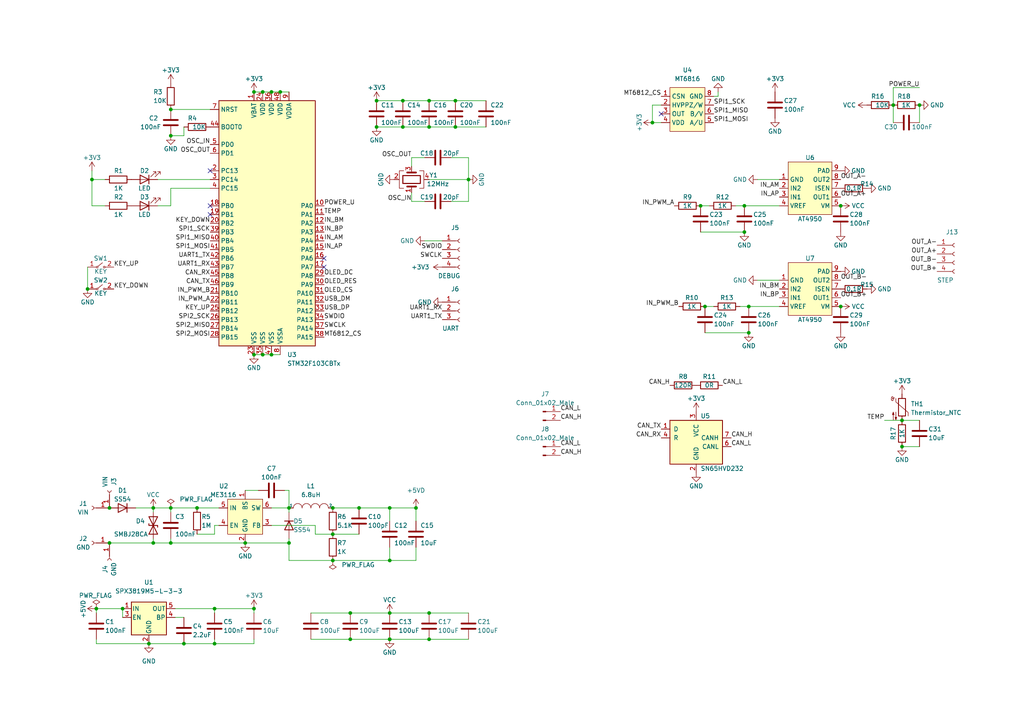
<source format=kicad_sch>
(kicad_sch (version 20211123) (generator eeschema)
  (paper "A4")
  (lib_symbols
    (symbol "Connector:Conn_01x01_Female" (pin_names (offset 1.016) hide)
      (property "Reference" "J" (at 0 2.54 0))
      (property "Value" "Conn_01x01_Female" (at 0 -2.54 0))
      (symbol "Conn_01x01_Female_1_1"
        (pin passive line (at -5.08 0 0) (length 3.81) (name "Pin_1") (number "1"))
      )
    )
    (symbol "Connector:Conn_01x02_Male" (pin_names (offset 1.016) hide)
      (property "Reference" "J" (at 0 2.54 0))
      (property "Value" "Conn_01x02_Male" (at 0 -5.08 0))
      (symbol "Conn_01x02_Male_1_1"
        (pin passive line (at 5.08 0 180) (length 3.81) (name "Pin_1") (number "1"))
        (pin passive line (at 5.08 -2.54 180) (length 3.81) (name "Pin_2") (number "2"))
      )
    )
    (symbol "Connector:Conn_01x03_Female" (pin_names (offset 1.016) hide)
      (property "Reference" "J" (at 0 5.08 0))
      (property "Value" "Conn_01x03_Female" (at 0 -5.08 0))
      (symbol "Conn_01x03_Female_1_1"
        (pin passive line (at -5.08 2.54 0) (length 3.81) (name "Pin_1") (number "1"))
        (pin passive line (at -5.08 0 0) (length 3.81) (name "Pin_2") (number "2"))
        (pin passive line (at -5.08 -2.54 0) (length 3.81) (name "Pin_3") (number "3"))
      )
    )
    (symbol "Connector:Conn_01x04_Female" (pin_names (offset 1.016) hide)
      (property "Reference" "J" (at 0 5.08 0))
      (property "Value" "Conn_01x04_Female" (at 0 -7.62 0))
      (symbol "Conn_01x04_Female_1_1"
        (pin passive line (at -5.08 2.54 0) (length 3.81) (name "Pin_1") (number "1"))
        (pin passive line (at -5.08 0 0) (length 3.81) (name "Pin_2") (number "2"))
        (pin passive line (at -5.08 -2.54 0) (length 3.81) (name "Pin_3") (number "3"))
        (pin passive line (at -5.08 -5.08 0) (length 3.81) (name "Pin_4") (number "4"))
      )
    )
    (symbol "Del_Schlib:AT4950"
      (property "Reference" "U" (at 0 1.27 0))
      (property "Value" "AT4950" (at 8.89 1.27 0))
      (symbol "AT4950_1_1"
        (pin power_in line (at -2.54 -5.08 0) (length 2.54) (name "GND") (number "1"))
        (pin input line (at -2.54 -7.62 0) (length 2.54) (name "IN2") (number "2"))
        (pin input line (at -2.54 -10.16 0) (length 2.54) (name "IN1") (number "3"))
        (pin input line (at -2.54 -12.7 0) (length 2.54) (name "VREF") (number "4"))
        (pin power_in line (at 15.24 -12.7 180) (length 2.54) (name "VM") (number "5"))
        (pin output line (at 15.24 -10.16 180) (length 2.54) (name "OUT1") (number "6"))
        (pin output line (at 15.24 -7.62 180) (length 2.54) (name "ISEN") (number "7"))
        (pin output line (at 15.24 -5.08 180) (length 2.54) (name "OUT2") (number "8"))
        (pin power_in line (at 15.24 -2.54 180) (length 2.54) (name "PAD") (number "9"))
      )
    )
    (symbol "Del_Schlib:KEY" (pin_names hide)
      (property "Reference" "SW" (at -1.27 1.27 0))
      (property "Value" "KEY" (at 3.81 1.27 0))
      (symbol "KEY_1_1"
        (pin passive line (at -2.54 0 0) (length 2.54) (name "A") (number "1"))
        (pin passive line (at 5.08 0 180) (length 2.54) (name "B") (number "2"))
      )
    )
    (symbol "Del_Schlib:ME3116"
      (property "Reference" "U" (at 0 3.81 0))
      (property "Value" "ME3116" (at -1.27 1.27 0))
      (symbol "ME3116_1_1"
        (pin bidirectional line (at 5.08 2.54 270) (length 2.54) (name "BS") (number "1"))
        (pin power_in line (at 5.08 -12.7 90) (length 2.54) (name "GND") (number "2"))
        (pin input line (at 12.7 -7.62 180) (length 2.54) (name "FB") (number "3"))
        (pin input line (at -2.54 -7.62 0) (length 2.54) (name "EN") (number "4"))
        (pin power_in line (at -2.54 -2.54 0) (length 2.54) (name "IN") (number "5"))
        (pin output line (at 12.7 -2.54 180) (length 2.54) (name "SW") (number "6"))
      )
    )
    (symbol "Del_Schlib:MT6816"
      (property "Reference" "U" (at 0 1.27 0))
      (property "Value" "MT6816" (at 7.62 1.27 0))
      (symbol "MT6816_1_1"
        (pin input line (at -2.54 -2.54 0) (length 2.54) (name "CSN") (number "1"))
        (pin power_in line (at -2.54 -5.08 0) (length 2.54) (name "HVPP") (number "2"))
        (pin output line (at -2.54 -7.62 0) (length 2.54) (name "OUT") (number "3"))
        (pin power_in line (at -2.54 -10.16 0) (length 2.54) (name "VDD") (number "4"))
        (pin bidirectional line (at 12.7 -10.16 180) (length 2.54) (name "A/U") (number "5"))
        (pin bidirectional line (at 12.7 -7.62 180) (length 2.54) (name "B/V") (number "6"))
        (pin bidirectional line (at 12.7 -5.08 180) (length 2.54) (name "Z/W") (number "7"))
        (pin power_in line (at 12.7 -2.54 180) (length 2.54) (name "GND") (number "8"))
      )
    )
    (symbol "Device:C" (pin_numbers hide) (pin_names (offset 0.254))
      (property "Reference" "C" (at 0.635 2.54 0))
      (property "Value" "C" (at 0.635 -2.54 0))
      (symbol "C_1_1"
        (pin passive line (at 0 3.81 270) (length 2.794) (name "~") (number "1"))
        (pin passive line (at 0 -3.81 90) (length 2.794) (name "~") (number "2"))
      )
    )
    (symbol "Device:Crystal_GND24" (pin_names (offset 1.016) hide)
      (property "Reference" "Y" (at 3.175 5.08 0))
      (property "Value" "Crystal_GND24" (at 3.175 3.175 0))
      (symbol "Crystal_GND24_1_1"
        (pin passive line (at -3.81 0 0) (length 1.27) (name "1") (number "1"))
        (pin passive line (at 0 5.08 270) (length 1.27) (name "2") (number "2"))
        (pin passive line (at 3.81 0 180) (length 1.27) (name "3") (number "3"))
        (pin passive line (at 0 -5.08 90) (length 1.27) (name "4") (number "4"))
      )
    )
    (symbol "Device:D" (pin_numbers hide) (pin_names (offset 1.016) hide)
      (property "Reference" "D" (at 0 2.54 0))
      (property "Value" "D" (at 0 -2.54 0))
      (symbol "D_1_1"
        (pin passive line (at -3.81 0 0) (length 2.54) (name "K") (number "1"))
        (pin passive line (at 3.81 0 180) (length 2.54) (name "A") (number "2"))
      )
    )
    (symbol "Device:D_TVS" (pin_numbers hide) (pin_names (offset 1.016) hide)
      (property "Reference" "D" (at 0 2.54 0))
      (property "Value" "D_TVS" (at 0 -2.54 0))
      (symbol "D_TVS_1_1"
        (pin passive line (at -3.81 0 0) (length 2.54) (name "A1") (number "1"))
        (pin passive line (at 3.81 0 180) (length 2.54) (name "A2") (number "2"))
      )
    )
    (symbol "Device:LED" (pin_numbers hide) (pin_names (offset 1.016) hide)
      (property "Reference" "D" (at 0 2.54 0))
      (property "Value" "LED" (at 0 -2.54 0))
      (symbol "LED_1_1"
        (pin passive line (at -3.81 0 0) (length 2.54) (name "K") (number "1"))
        (pin passive line (at 3.81 0 180) (length 2.54) (name "A") (number "2"))
      )
    )
    (symbol "Device:R" (pin_numbers hide) (pin_names (offset 0))
      (property "Reference" "R" (at 2.032 0 90))
      (property "Value" "R" (at 0 0 90))
      (symbol "R_1_1"
        (pin passive line (at 0 3.81 270) (length 1.27) (name "~") (number "1"))
        (pin passive line (at 0 -3.81 90) (length 1.27) (name "~") (number "2"))
      )
    )
    (symbol "Device:Thermistor_NTC" (pin_numbers hide) (pin_names (offset 0))
      (property "Reference" "TH" (at -4.445 0 90))
      (property "Value" "Thermistor_NTC" (at 3.175 0 90))
      (symbol "Thermistor_NTC_1_1"
        (pin passive line (at 0 3.81 270) (length 1.27) (name "~") (number "1"))
        (pin passive line (at 0 -3.81 90) (length 1.27) (name "~") (number "2"))
      )
    )
    (symbol "Interface_CAN_LIN:SN65HVD232" (pin_names (offset 1.016))
      (property "Reference" "U" (at -2.54 10.16 0))
      (property "Value" "SN65HVD232" (at -2.54 7.62 0))
      (symbol "SN65HVD232_1_1"
        (pin input line (at -10.16 2.54 0) (length 2.54) (name "D") (number "1"))
        (pin power_in line (at 0 -10.16 90) (length 2.54) (name "GND") (number "2"))
        (pin power_in line (at 0 7.62 270) (length 2.54) (name "VCC") (number "3"))
        (pin output line (at -10.16 0 0) (length 2.54) (name "R") (number "4"))
        (pin no_connect line (at -10.16 -2.54 0) (length 2.54) hide (name "NC") (number "5"))
        (pin bidirectional line (at 10.16 -2.54 180) (length 2.54) (name "CANL") (number "6"))
        (pin bidirectional line (at 10.16 0 180) (length 2.54) (name "CANH") (number "7"))
        (pin no_connect line (at -10.16 -5.08 0) (length 2.54) hide (name "NC") (number "8"))
      )
    )
    (symbol "MCU_ST_STM32F1:STM32F103CBTx"
      (property "Reference" "U" (at -15.24 36.83 0))
      (property "Value" "STM32F103CBTx" (at 7.62 36.83 0))
      (symbol "STM32F103CBTx_1_1"
        (pin power_in line (at -5.08 38.1 270) (length 2.54) (name "VBAT") (number "1"))
        (pin bidirectional line (at 15.24 5.08 180) (length 2.54) (name "PA0") (number "10"))
        (pin bidirectional line (at 15.24 2.54 180) (length 2.54) (name "PA1") (number "11"))
        (pin bidirectional line (at 15.24 0 180) (length 2.54) (name "PA2") (number "12"))
        (pin bidirectional line (at 15.24 -2.54 180) (length 2.54) (name "PA3") (number "13"))
        (pin bidirectional line (at 15.24 -5.08 180) (length 2.54) (name "PA4") (number "14"))
        (pin bidirectional line (at 15.24 -7.62 180) (length 2.54) (name "PA5") (number "15"))
        (pin bidirectional line (at 15.24 -10.16 180) (length 2.54) (name "PA6") (number "16"))
        (pin bidirectional line (at 15.24 -12.7 180) (length 2.54) (name "PA7") (number "17"))
        (pin bidirectional line (at -17.78 5.08 0) (length 2.54) (name "PB0") (number "18"))
        (pin bidirectional line (at -17.78 2.54 0) (length 2.54) (name "PB1") (number "19"))
        (pin bidirectional line (at -17.78 15.24 0) (length 2.54) (name "PC13") (number "2"))
        (pin bidirectional line (at -17.78 0 0) (length 2.54) (name "PB2") (number "20"))
        (pin bidirectional line (at -17.78 -20.32 0) (length 2.54) (name "PB10") (number "21"))
        (pin bidirectional line (at -17.78 -22.86 0) (length 2.54) (name "PB11") (number "22"))
        (pin power_in line (at -5.08 -38.1 90) (length 2.54) (name "VSS") (number "23"))
        (pin power_in line (at -2.54 38.1 270) (length 2.54) (name "VDD") (number "24"))
        (pin bidirectional line (at -17.78 -25.4 0) (length 2.54) (name "PB12") (number "25"))
        (pin bidirectional line (at -17.78 -27.94 0) (length 2.54) (name "PB13") (number "26"))
        (pin bidirectional line (at -17.78 -30.48 0) (length 2.54) (name "PB14") (number "27"))
        (pin bidirectional line (at -17.78 -33.02 0) (length 2.54) (name "PB15") (number "28"))
        (pin bidirectional line (at 15.24 -15.24 180) (length 2.54) (name "PA8") (number "29"))
        (pin bidirectional line (at -17.78 12.7 0) (length 2.54) (name "PC14") (number "3"))
        (pin bidirectional line (at 15.24 -17.78 180) (length 2.54) (name "PA9") (number "30"))
        (pin bidirectional line (at 15.24 -20.32 180) (length 2.54) (name "PA10") (number "31"))
        (pin bidirectional line (at 15.24 -22.86 180) (length 2.54) (name "PA11") (number "32"))
        (pin bidirectional line (at 15.24 -25.4 180) (length 2.54) (name "PA12") (number "33"))
        (pin bidirectional line (at 15.24 -27.94 180) (length 2.54) (name "PA13") (number "34"))
        (pin power_in line (at -2.54 -38.1 90) (length 2.54) (name "VSS") (number "35"))
        (pin power_in line (at 0 38.1 270) (length 2.54) (name "VDD") (number "36"))
        (pin bidirectional line (at 15.24 -30.48 180) (length 2.54) (name "PA14") (number "37"))
        (pin bidirectional line (at 15.24 -33.02 180) (length 2.54) (name "PA15") (number "38"))
        (pin bidirectional line (at -17.78 -2.54 0) (length 2.54) (name "PB3") (number "39"))
        (pin bidirectional line (at -17.78 10.16 0) (length 2.54) (name "PC15") (number "4"))
        (pin bidirectional line (at -17.78 -5.08 0) (length 2.54) (name "PB4") (number "40"))
        (pin bidirectional line (at -17.78 -7.62 0) (length 2.54) (name "PB5") (number "41"))
        (pin bidirectional line (at -17.78 -10.16 0) (length 2.54) (name "PB6") (number "42"))
        (pin bidirectional line (at -17.78 -12.7 0) (length 2.54) (name "PB7") (number "43"))
        (pin input line (at -17.78 27.94 0) (length 2.54) (name "BOOT0") (number "44"))
        (pin bidirectional line (at -17.78 -15.24 0) (length 2.54) (name "PB8") (number "45"))
        (pin bidirectional line (at -17.78 -17.78 0) (length 2.54) (name "PB9") (number "46"))
        (pin power_in line (at 0 -38.1 90) (length 2.54) (name "VSS") (number "47"))
        (pin power_in line (at 2.54 38.1 270) (length 2.54) (name "VDD") (number "48"))
        (pin input line (at -17.78 22.86 0) (length 2.54) (name "PD0") (number "5"))
        (pin input line (at -17.78 20.32 0) (length 2.54) (name "PD1") (number "6"))
        (pin input line (at -17.78 33.02 0) (length 2.54) (name "NRST") (number "7"))
        (pin power_in line (at 2.54 -38.1 90) (length 2.54) (name "VSSA") (number "8"))
        (pin power_in line (at 5.08 38.1 270) (length 2.54) (name "VDDA") (number "9"))
      )
    )
    (symbol "Regulator_Linear:SPX3819M5-L-3-3" (pin_names (offset 0.254))
      (property "Reference" "U" (at -3.81 5.715 0))
      (property "Value" "SPX3819M5-L-3-3" (at 0 5.715 0))
      (symbol "SPX3819M5-L-3-3_1_1"
        (pin power_in line (at -7.62 2.54 0) (length 2.54) (name "IN") (number "1"))
        (pin power_in line (at 0 -7.62 90) (length 2.54) (name "GND") (number "2"))
        (pin input line (at -7.62 0 0) (length 2.54) (name "EN") (number "3"))
        (pin input line (at 7.62 0 180) (length 2.54) (name "BP") (number "4"))
        (pin power_out line (at 7.62 2.54 180) (length 2.54) (name "OUT") (number "5"))
      )
    )
    (symbol "power:+3.3V" (power) (pin_names (offset 0))
      (property "Value" "+3.3V" (at 0 3.556 0))
      (symbol "+3.3V_1_1"
        (pin power_in line (at 0 0 90) (length 0) hide (name "+3V3") (number "1"))
      )
    )
    (symbol "power:+5VD" (power) (pin_names (offset 0))
      (property "Value" "+5VD" (at 0 3.556 0))
      (symbol "+5VD_1_1"
        (pin power_in line (at 0 0 90) (length 0) hide (name "+5VD") (number "1"))
      )
    )
    (symbol "power:GND" (power) (pin_names (offset 0))
      (property "Value" "GND" (at 0 -3.81 0))
      (symbol "GND_1_1"
        (pin power_in line (at 0 0 270) (length 0) hide (name "GND") (number "1"))
      )
    )
    (symbol "power:PWR_FLAG" (power) (pin_numbers hide) (pin_names (offset 0) hide)
      (property "Value" "PWR_FLAG" (at 0 3.81 0))
      (symbol "PWR_FLAG_0_0"
        (pin power_out line (at 0 0 90) (length 0) (name "pwr") (number "1"))
      )
    )
    (symbol "power:VCC" (power) (pin_names (offset 0))
      (property "Value" "VCC" (at 0 3.81 0))
      (symbol "VCC_1_1"
        (pin power_in line (at 0 0 90) (length 0) hide (name "VCC") (number "1"))
      )
    )
    (symbol "pspice:INDUCTOR" (pin_numbers hide) (pin_names (offset 0))
      (property "Reference" "L" (at 0 2.54 0))
      (property "Value" "INDUCTOR" (at 0 -1.27 0))
      (symbol "INDUCTOR_1_1"
        (pin input line (at -6.35 0 0) (length 1.27) (name "1") (number "1"))
        (pin input line (at 6.35 0 180) (length 1.27) (name "2") (number "2"))
      )
    )
  )
  (junction (at 135.89 52.07))
  (junction (at 124.46 29.21))
  (junction (at 261.62 121.92))
  (junction (at 26.67 52.07))
  (junction (at 132.08 29.21))
  (junction (at 76.2 102.87))
  (junction (at 53.34 186.69))
  (junction (at 243.84 88.9))
  (junction (at 101.6 185.42))
  (junction (at 266.7 30.48))
  (junction (at 25.4 83.82))
  (junction (at 203.2 59.69))
  (junction (at 49.53 147.32))
  (junction (at 73.66 26.67))
  (junction (at 73.66 102.87))
  (junction (at 113.03 185.42))
  (junction (at 215.9 59.69))
  (junction (at 44.45 157.48))
  (junction (at 62.23 176.53))
  (junction (at 78.74 26.67))
  (junction (at 81.28 26.67))
  (junction (at 189.23 35.56))
  (junction (at 204.47 88.9))
  (junction (at 44.45 147.32))
  (junction (at 113.0131 185.42))
  (junction (at 217.17 96.52))
  (junction (at 124.46 185.42))
  (junction (at 49.53 39.37))
  (junction (at 96.52 147.32))
  (junction (at 120.65 147.32))
  (junction (at 113.03 162.56))
  (junction (at 217.17 88.9))
  (junction (at 124.46 177.8))
  (junction (at 113.03 177.8))
  (junction (at 259.08 30.48))
  (junction (at 83.82 147.32))
  (junction (at 132.08 36.83))
  (junction (at 27.94 176.53))
  (junction (at 76.2 26.67))
  (junction (at 43.18 186.69))
  (junction (at 78.74 102.87))
  (junction (at 49.53 31.75))
  (junction (at 31.75 147.32))
  (junction (at 124.46 36.83))
  (junction (at 101.6 177.8))
  (junction (at 243.84 59.69))
  (junction (at 71.12 157.48))
  (junction (at 96.52 162.56))
  (junction (at 96.52 154.94))
  (junction (at 116.84 29.21))
  (junction (at 261.62 129.54))
  (junction (at 62.23 186.69))
  (junction (at 109.22 29.21))
  (junction (at 31.75 157.48))
  (junction (at 116.84 36.83))
  (junction (at 109.22 36.83))
  (junction (at 73.66 176.53))
  (junction (at 35.56 176.53))
  (junction (at 83.82 157.48))
  (junction (at 113.03 147.32))
  (junction (at 57.15 147.32))
  (junction (at 49.53 157.48))
  (junction (at 215.9 67.31))
  (junction (at 104.14 147.32))
  (no_connect (at 60.96 62.23))
  (no_connect (at 60.96 59.69))
  (no_connect (at 93.98 77.47))
  (no_connect (at 60.96 49.53))
  (no_connect (at 93.98 74.93))
  (no_connect (at 191.77 33.02))
  (wire (pts (xy 49.53 39.37) (xy 53.34 39.37)))
  (wire (pts (xy 123.19 45.72) (xy 119.38 45.72)))
  (wire (pts (xy 73.66 26.67) (xy 76.2 26.67)))
  (wire (pts (xy 49.53 31.75) (xy 60.96 31.75)))
  (wire (pts (xy 208.28 27.94) (xy 208.28 26.67)))
  (wire (pts (xy 259.08 30.48) (xy 259.08 35.56)))
  (wire (pts (xy 266.7 30.48) (xy 266.7 35.56)))
  (wire (pts (xy 215.9 59.69) (xy 226.06 59.69)))
  (wire (pts (xy 62.23 186.69) (xy 73.66 186.69)))
  (wire (pts (xy 189.23 30.48) (xy 189.23 35.56)))
  (wire (pts (xy 91.44 152.4) (xy 91.44 154.94)))
  (wire (pts (xy 120.65 151.13) (xy 120.65 147.32)))
  (wire (pts (xy 44.45 157.48) (xy 49.53 157.48)))
  (wire (pts (xy 82.55 142.24) (xy 83.82 142.24)))
  (wire (pts (xy 83.82 142.24) (xy 83.82 147.32)))
  (wire (pts (xy 78.74 147.32) (xy 83.82 147.32)))
  (wire (pts (xy 81.28 26.67) (xy 83.82 26.67)))
  (wire (pts (xy 116.84 29.21) (xy 124.46 29.21)))
  (wire (pts (xy 62.23 185.42) (xy 62.23 186.69)))
  (wire (pts (xy 113.03 151.13) (xy 113.03 147.32)))
  (wire (pts (xy 113.03 185.42) (xy 124.46 185.42)))
  (wire (pts (xy 49.53 148.59) (xy 49.53 147.32)))
  (wire (pts (xy 27.94 186.69) (xy 43.18 186.69)))
  (wire (pts (xy 62.23 176.53) (xy 73.66 176.53)))
  (wire (pts (xy 73.66 185.42) (xy 73.66 186.69)))
  (wire (pts (xy 83.82 156.21) (xy 83.82 157.48)))
  (wire (pts (xy 123.19 69.85) (xy 128.27 69.85)))
  (wire (pts (xy 49.53 157.48) (xy 71.12 157.48)))
  (wire (pts (xy 101.6 177.8) (xy 113.03 177.8)))
  (wire (pts (xy 26.67 52.07) (xy 26.67 59.69)))
  (wire (pts (xy 120.65 162.56) (xy 113.03 162.56)))
  (wire (pts (xy 204.47 88.9) (xy 207.01 88.9)))
  (wire (pts (xy 214.63 88.9) (xy 217.17 88.9)))
  (wire (pts (xy 73.66 177.8) (xy 73.66 176.53)))
  (wire (pts (xy 91.44 154.94) (xy 96.52 154.94)))
  (wire (pts (xy 259.08 30.48) (xy 259.08 25.4)))
  (wire (pts (xy 30.48 59.69) (xy 26.67 59.69)))
  (wire (pts (xy 109.22 36.83) (xy 116.84 36.83)))
  (wire (pts (xy 207.01 27.94) (xy 208.28 27.94)))
  (wire (pts (xy 71.12 157.48) (xy 83.82 157.48)))
  (wire (pts (xy 78.74 102.87) (xy 81.28 102.87)))
  (wire (pts (xy 119.38 45.72) (xy 119.38 48.26)))
  (wire (pts (xy 219.71 52.07) (xy 226.06 52.07)))
  (wire (pts (xy 113.03 162.56) (xy 96.52 162.56)))
  (wire (pts (xy 27.94 185.42) (xy 27.94 186.69)))
  (wire (pts (xy 78.74 152.4) (xy 91.44 152.4)))
  (wire (pts (xy 96.52 147.32) (xy 104.14 147.32)))
  (wire (pts (xy 27.94 177.8) (xy 27.94 176.53)))
  (wire (pts (xy 119.38 55.88) (xy 119.38 58.42)))
  (wire (pts (xy 83.82 162.56) (xy 83.82 157.48)))
  (wire (pts (xy 43.18 186.69) (xy 53.34 186.69)))
  (wire (pts (xy 135.89 45.72) (xy 135.89 52.07)))
  (wire (pts (xy 74.93 142.24) (xy 71.12 142.24)))
  (wire (pts (xy 25.4 77.47) (xy 25.4 83.82)))
  (wire (pts (xy 62.23 177.8) (xy 62.23 176.53)))
  (wire (pts (xy 124.46 29.21) (xy 132.08 29.21)))
  (wire (pts (xy 78.74 26.67) (xy 81.28 26.67)))
  (wire (pts (xy 76.2 26.67) (xy 78.74 26.67)))
  (wire (pts (xy 135.89 58.42) (xy 130.81 58.42)))
  (wire (pts (xy 119.38 58.42) (xy 123.19 58.42)))
  (wire (pts (xy 62.23 186.69) (xy 53.34 186.69)))
  (wire (pts (xy 109.22 29.21) (xy 116.84 29.21)))
  (wire (pts (xy 26.67 52.07) (xy 26.67 49.53)))
  (wire (pts (xy 132.08 29.21) (xy 140.97 29.21)))
  (wire (pts (xy 189.23 35.56) (xy 191.77 35.56)))
  (wire (pts (xy 261.62 129.54) (xy 266.7 129.54)))
  (wire (pts (xy 27.94 176.53) (xy 35.56 176.53)))
  (wire (pts (xy 191.77 30.48) (xy 189.23 30.48)))
  (wire (pts (xy 62.23 154.94) (xy 57.15 154.94)))
  (wire (pts (xy 217.17 88.9) (xy 226.06 88.9)))
  (wire (pts (xy 62.23 152.4) (xy 62.23 154.94)))
  (wire (pts (xy 261.62 121.92) (xy 266.7 121.92)))
  (wire (pts (xy 120.65 158.75) (xy 120.65 162.56)))
  (wire (pts (xy 213.36 59.69) (xy 215.9 59.69)))
  (wire (pts (xy 124.46 36.83) (xy 132.08 36.83)))
  (wire (pts (xy 53.34 39.37) (xy 53.34 36.83)))
  (wire (pts (xy 49.53 157.48) (xy 49.53 156.21)))
  (wire (pts (xy 45.72 52.07) (xy 60.96 52.07)))
  (wire (pts (xy 101.6 185.42) (xy 113.0131 185.42)))
  (wire (pts (xy 204.47 96.52) (xy 217.17 96.52)))
  (wire (pts (xy 57.15 147.32) (xy 63.5 147.32)))
  (wire (pts (xy 31.75 157.48) (xy 44.45 157.48)))
  (wire (pts (xy 256.54 121.92) (xy 261.62 121.92)))
  (wire (pts (xy 113.03 147.32) (xy 120.65 147.32)))
  (wire (pts (xy 50.8 179.07) (xy 53.34 179.07)))
  (wire (pts (xy 113.0131 185.42) (xy 113.03 185.42)))
  (wire (pts (xy 132.08 36.83) (xy 140.97 36.83)))
  (wire (pts (xy 113.03 158.75) (xy 113.03 162.56)))
  (wire (pts (xy 50.8 176.53) (xy 62.23 176.53)))
  (wire (pts (xy 63.5 152.4) (xy 62.23 152.4)))
  (wire (pts (xy 130.81 45.72) (xy 135.89 45.72)))
  (wire (pts (xy 259.08 25.4) (xy 266.7 25.4)))
  (wire (pts (xy 44.45 148.59) (xy 44.45 147.32)))
  (wire (pts (xy 60.96 54.61) (xy 49.53 54.61)))
  (wire (pts (xy 83.82 148.59) (xy 83.82 147.32)))
  (wire (pts (xy 124.46 185.42) (xy 135.89 185.42)))
  (wire (pts (xy 49.53 54.61) (xy 49.53 59.69)))
  (wire (pts (xy 76.2 102.87) (xy 78.74 102.87)))
  (wire (pts (xy 219.71 81.28) (xy 226.06 81.28)))
  (wire (pts (xy 124.46 177.8) (xy 135.89 177.8)))
  (wire (pts (xy 124.46 52.07) (xy 135.89 52.07)))
  (wire (pts (xy 73.66 102.87) (xy 76.2 102.87)))
  (wire (pts (xy 203.2 59.69) (xy 205.74 59.69)))
  (wire (pts (xy 96.52 154.94) (xy 104.14 154.94)))
  (wire (pts (xy 203.2 67.31) (xy 215.9 67.31)))
  (wire (pts (xy 104.14 147.32) (xy 113.03 147.32)))
  (wire (pts (xy 90.17 185.42) (xy 101.6 185.42)))
  (wire (pts (xy 49.53 59.69) (xy 45.72 59.69)))
  (wire (pts (xy 49.53 147.32) (xy 57.15 147.32)))
  (wire (pts (xy 44.45 157.48) (xy 44.45 156.21)))
  (wire (pts (xy 39.37 147.32) (xy 44.45 147.32)))
  (wire (pts (xy 30.48 52.07) (xy 26.67 52.07)))
  (wire (pts (xy 90.17 177.8) (xy 101.6 177.8)))
  (wire (pts (xy 44.45 147.32) (xy 49.53 147.32)))
  (wire (pts (xy 35.56 176.53) (xy 35.56 179.07)))
  (wire (pts (xy 113.03 177.8) (xy 124.46 177.8)))
  (wire (pts (xy 96.52 162.56) (xy 83.82 162.56)))
  (wire (pts (xy 116.84 36.83) (xy 124.46 36.83)))
  (wire (pts (xy 135.89 52.07) (xy 135.89 58.42)))
  (label "CAN_L" (at 162.56 129.54 0))
  (label "CAN_TX" (at 60.96 82.55 180))
  (label "CAN_L" (at 162.56 119.38 0))
  (label "UART1_TX" (at 60.96 74.93 180))
  (label "SWCLK" (at 128.27 74.93 180))
  (label "CAN_H" (at 162.56 121.92 0))
  (label "POWER_U" (at 93.98 59.69 0))
  (label "SPI1_MISO" (at 207.01 33.02 0))
  (label "CAN_TX" (at 191.77 124.46 180))
  (label "SPI1_SCK" (at 207.01 30.48 0))
  (label "USB_DM" (at 93.98 87.63 0))
  (label "OUT_A-" (at 243.84 52.07 0))
  (label "OSC_OUT" (at 119.38 45.72 180))
  (label "IN_AP" (at 226.06 57.15 180))
  (label "IN_PWM_B" (at 196.85 88.9 180))
  (label "SPI2_MOSI" (at 60.96 97.79 180))
  (label "KEY_UP" (at 33.02 77.47 0))
  (label "OUT_B-" (at 271.78 76.2 180))
  (label "SPI1_MISO" (at 60.96 69.85 180))
  (label "IN_AP" (at 93.98 72.39 0))
  (label "IN_AM" (at 93.98 69.85 0))
  (label "MT6812_CS" (at 93.98 97.79 0))
  (label "IN_PWM_A" (at 195.58 59.69 180))
  (label "SPI1_SCK" (at 60.96 67.31 180))
  (label "OSC_IN" (at 60.96 41.91 180))
  (label "IN_PWM_B" (at 60.96 85.09 180))
  (label "SPI1_MOSI" (at 207.01 35.56 0))
  (label "CAN_H" (at 194.31 111.76 180))
  (label "IN_AM" (at 226.06 54.61 180))
  (label "IN_BP" (at 93.98 67.31 0))
  (label "KEY_DOWN" (at 60.96 64.77 180))
  (label "UART1_RX" (at 60.96 77.47 180))
  (label "USB_DP" (at 93.98 90.17 0))
  (label "SWCLK" (at 93.98 95.25 0))
  (label "OUT_B+" (at 271.78 78.74 180))
  (label "UART1_TX" (at 128.27 92.71 180))
  (label "TEMP" (at 256.54 121.92 180))
  (label "OUT_B+" (at 243.84 86.36 0))
  (label "IN_BM" (at 226.06 83.82 180))
  (label "SPI1_MOSI" (at 60.96 72.39 180))
  (label "CAN_RX" (at 191.77 127 180))
  (label "UART1_RX" (at 128.27 90.17 180))
  (label "KEY_DOWN" (at 33.02 83.82 0))
  (label "SPI2_MISO" (at 60.96 95.25 180))
  (label "MT6812_CS" (at 191.77 27.94 180))
  (label "IN_PWM_A" (at 60.96 87.63 180))
  (label "OUT_B-" (at 243.84 81.28 0))
  (label "OUT_A+" (at 271.78 73.66 180))
  (label "SWDIO" (at 93.98 92.71 0))
  (label "CAN_RX" (at 60.96 80.01 180))
  (label "OLED_DC" (at 93.98 80.01 0))
  (label "OSC_IN" (at 119.38 58.42 180))
  (label "OLED_RES" (at 93.98 82.55 0))
  (label "OLED_CS" (at 93.98 85.09 0))
  (label "CAN_L" (at 212.09 129.54 0))
  (label "IN_BM" (at 93.98 64.77 0))
  (label "IN_BP" (at 226.06 86.36 180))
  (label "CAN_L" (at 209.55 111.76 0))
  (label "OUT_A-" (at 271.78 71.12 180))
  (label "CAN_H" (at 212.09 127 0))
  (label "SWDIO" (at 128.27 72.39 180))
  (label "KEY_UP" (at 60.96 90.17 180))
  (label "OUT_A+" (at 243.84 57.15 0))
  (label "CAN_H" (at 162.56 132.08 0))
  (label "TEMP" (at 93.98 62.23 0))
  (label "SPI2_SCK" (at 60.96 92.71 180))
  (label "OSC_OUT" (at 60.96 44.45 180))
  (label "POWER_U" (at 266.7 25.4 180))
  (symbol (lib_id "power:VCC") (at 243.84 59.69 270) (unit 1)
    (property "Reference" "#PWR033" (effects hide))
    (property "Value" "VCC" (at 248.92 59.69 90))
  )
  (symbol (lib_id "Device:Crystal_GND24") (at 119.38 52.07 90) (unit 1)
    (property "Reference" "Y1" (at 125.73 50.8 90))
    (property "Value" "12MHz" (at 127 53.34 90))
    (property "Footprint" "Crystal:Crystal_SMD_3225-4Pin_3.2x2.5mm" (effects hide))
  )
  (symbol (lib_id "Device:D_TVS") (at 44.45 152.4 90) (unit 1)
    (property "Reference" "D4" (at 39.37 151.13 90) (effects (justify right)))
    (property "Value" "SMBJ28CA" (at 33.02 154.94 90) (effects (justify right)))
    (property "Footprint" "Diode_SMD:D_SMB" (effects hide))
  )
  (symbol (lib_id "Device:C") (at 135.89 181.61 0) (unit 1)
    (property "Reference" "C21" (at 138.43 180.34 0) (effects (justify left)))
    (property "Value" "100uF" (at 138.43 182.88 0) (effects (justify left)))
    (property "Footprint" "Capacitor_SMD:C_1210_3225Metric" (effects hide))
  )
  (symbol (lib_id "Device:R") (at 205.74 111.76 90) (unit 1)
    (property "Reference" "R11" (at 205.74 109.22 90))
    (property "Value" "0R" (at 205.74 111.76 90))
    (property "Footprint" "Resistor_SMD:R_0402_1005Metric" (effects hide))
  )
  (symbol (lib_id "Device:C") (at 266.7 125.73 0) (unit 1)
    (property "Reference" "C31" (at 269.24 124.46 0) (effects (justify left)))
    (property "Value" "10uF" (at 269.24 127 0) (effects (justify left)))
    (property "Footprint" "Capacitor_SMD:C_0603_1608Metric_Pad1.08x0.95mm_HandSolder" (effects hide))
  )
  (symbol (lib_id "Connector:Conn_01x02_Male") (at 157.48 129.54 0) (unit 1)
    (property "Reference" "J8" (at 158.115 124.46 0))
    (property "Value" "Conn_01x02_Male" (at 158.115 127 0))
    (property "Footprint" "Del:SH1.0_01x02P_WT" (effects hide))
  )
  (symbol (lib_id "Device:C") (at 243.84 92.71 0) (unit 1)
    (property "Reference" "C29" (at 246.38 91.44 0) (effects (justify left)))
    (property "Value" "100nF" (at 246.38 93.98 0) (effects (justify left)))
    (property "Footprint" "Capacitor_SMD:C_0603_1608Metric_Pad1.08x0.95mm_HandSolder" (effects hide))
  )
  (symbol (lib_id "Device:C") (at 90.17 181.61 0) (unit 1)
    (property "Reference" "C8" (at 92.71 180.34 0) (effects (justify left)))
    (property "Value" "100uF" (at 92.71 182.88 0) (effects (justify left)))
    (property "Footprint" "Capacitor_SMD:C_1210_3225Metric" (effects hide))
  )
  (symbol (lib_id "Del_Schlib:KEY") (at 27.94 77.47 0) (unit 1)
    (property "Reference" "SW1" (at 29.21 74.93 0))
    (property "Value" "KEY" (at 29.21 78.74 0))
    (property "Footprint" "Del:SW_3x4" (effects hide))
  )
  (symbol (lib_id "power:GND") (at 114.3 52.07 270) (unit 1)
    (property "Reference" "#PWR016" (effects hide))
    (property "Value" "GND" (at 110.49 52.07 0))
  )
  (symbol (lib_id "power:+3.3V") (at 73.66 176.53 0) (unit 1)
    (property "Reference" "#PWR011" (effects hide))
    (property "Value" "+3.3V" (at 73.66 172.72 0))
  )
  (symbol (lib_id "Device:C") (at 78.74 142.24 90) (unit 1)
    (property "Reference" "C7" (at 78.74 135.89 90))
    (property "Value" "100nF" (at 78.74 138.43 90))
    (property "Footprint" "Capacitor_SMD:C_0603_1608Metric_Pad1.08x0.95mm_HandSolder" (effects hide))
  )
  (symbol (lib_id "Device:C") (at 124.46 181.61 0) (unit 1)
    (property "Reference" "C17" (at 127 180.34 0) (effects (justify left)))
    (property "Value" "100uF" (at 127 182.88 0) (effects (justify left)))
    (property "Footprint" "Capacitor_SMD:C_1210_3225Metric" (effects hide))
  )
  (symbol (lib_id "Device:D") (at 35.56 147.32 180) (unit 1)
    (property "Reference" "D1" (at 35.56 142.24 0))
    (property "Value" "SS54" (at 35.56 144.78 0))
    (property "Footprint" "Diode_SMD:D_SMA" (effects hide))
  )
  (symbol (lib_id "Device:LED") (at 41.91 52.07 180) (unit 1)
    (property "Reference" "D2" (at 41.91 49.53 0))
    (property "Value" "LED" (at 41.91 54.61 0))
    (property "Footprint" "LED_SMD:LED_0603_1608Metric_Pad1.05x0.95mm_HandSolder" (effects hide))
  )
  (symbol (lib_id "Device:C") (at 262.89 35.56 90) (unit 1)
    (property "Reference" "C30" (at 260.35 36.83 90) (effects (justify left)))
    (property "Value" "100nF" (at 270.51 36.83 90) (effects (justify left)))
    (property "Footprint" "Capacitor_SMD:C_0603_1608Metric_Pad1.08x0.95mm_HandSolder" (effects hide))
  )
  (symbol (lib_id "Device:C") (at 124.46 33.02 0) (unit 1)
    (property "Reference" "C16" (at 125.73 30.48 0) (effects (justify left)))
    (property "Value" "100nF" (at 125.73 35.56 0) (effects (justify left)))
    (property "Footprint" "Capacitor_SMD:C_0603_1608Metric_Pad1.08x0.95mm_HandSolder" (effects hide))
  )
  (symbol (lib_id "power:GND") (at 243.84 67.31 0) (unit 1)
    (property "Reference" "#PWR034" (effects hide))
    (property "Value" "GND" (at 243.84 71.12 0))
  )
  (symbol (lib_id "Connector:Conn_01x01_Female") (at 31.75 142.24 90) (unit 1)
    (property "Reference" "J3" (at 33.02 139.7 0))
    (property "Value" "VIN" (at 30.48 139.7 0))
    (property "Footprint" "Del:PAD_RECT" (effects hide))
  )
  (symbol (lib_id "power:GND") (at 25.4 83.82 0) (unit 1)
    (property "Reference" "#PWR01" (effects hide))
    (property "Value" "GND" (at 25.4 87.63 0))
  )
  (symbol (lib_id "Connector:Conn_01x03_Female") (at 133.35 90.17 0) (unit 1)
    (property "Reference" "J6" (at 130.81 83.82 0) (effects (justify left)))
    (property "Value" "UART" (at 128.27 95.25 0) (effects (justify left)))
    (property "Footprint" "Connector_JST:JST_SH_SM03B-SRSS-TB_1x03-1MP_P1.00mm_Horizontal" (effects hide))
  )
  (symbol (lib_id "Device:R") (at 198.12 111.76 90) (unit 1)
    (property "Reference" "R8" (at 198.12 109.22 90))
    (property "Value" "120R" (at 198.12 111.76 90))
    (property "Footprint" "Resistor_SMD:R_0603_1608Metric_Pad0.98x0.95mm_HandSolder" (effects hide))
  )
  (symbol (lib_id "power:VCC") (at 113.03 177.8 0) (unit 1)
    (property "Reference" "#PWR015" (effects hide))
    (property "Value" "VCC" (at 113.03 173.99 0))
  )
  (symbol (lib_id "Device:R") (at 210.82 88.9 270) (unit 1)
    (property "Reference" "R13" (at 210.82 86.36 90))
    (property "Value" "1K" (at 210.82 88.9 90))
    (property "Footprint" "Resistor_SMD:R_0603_1608Metric_Pad0.98x0.95mm_HandSolder" (effects hide))
  )
  (symbol (lib_id "power:GND") (at 243.84 49.53 90) (unit 1)
    (property "Reference" "#PWR032" (effects hide))
    (property "Value" "GND" (at 248.92 49.53 90))
  )
  (symbol (lib_id "Del_Schlib:AT4950") (at 228.6 46.99 0) (unit 1)
    (property "Reference" "U6" (at 234.95 45.72 0))
    (property "Value" "AT4950" (at 234.95 63.5 0))
    (property "Footprint" "Del:ESOP8L" (effects hide))
  )
  (symbol (lib_id "Device:R") (at 57.15 36.83 90) (unit 1)
    (property "Reference" "R4" (at 57.15 34.29 90) (effects (justify left)))
    (property "Value" "10K" (at 59.69 36.83 90) (effects (justify left)))
    (property "Footprint" "Resistor_SMD:R_0603_1608Metric_Pad0.98x0.95mm_HandSolder" (effects hide))
  )
  (symbol (lib_id "power:PWR_FLAG") (at 49.53 147.32 0) (unit 1)
    (property "Reference" "#FLG02" (effects hide))
    (property "Value" "PWR_FLAG" (at 52.07 144.78 0) (effects (justify left)))
  )
  (symbol (lib_id "MCU_ST_STM32F1:STM32F103CBTx") (at 78.74 64.77 0) (unit 1)
    (property "Reference" "U3" (at 83.2994 102.87 0) (effects (justify left)))
    (property "Value" "STM32F103CBTx" (at 83.2994 105.41 0) (effects (justify left)))
    (property "Footprint" "Package_QFP:LQFP-48_7x7mm_P0.5mm" (effects hide))
    (property "Datasheet" "http://www.st.com/st-web-ui/static/active/en/resource/technical/document/datasheet/CD00161566.pdf" (effects hide))
  )
  (symbol (lib_id "Device:C") (at 49.53 152.4 0) (unit 1)
    (property "Reference" "C3" (at 50.8 149.86 0) (effects (justify left)))
    (property "Value" "100nF" (at 50.8 154.94 0) (effects (justify left)))
    (property "Footprint" "Capacitor_SMD:C_0603_1608Metric_Pad1.08x0.95mm_HandSolder" (effects hide))
  )
  (symbol (lib_id "power:GND") (at 49.53 39.37 0) (unit 1)
    (property "Reference" "#PWR07" (effects hide))
    (property "Value" "GND" (at 49.53 43.18 0))
  )
  (symbol (lib_id "Del_Schlib:AT4950") (at 228.6 76.2 0) (unit 1)
    (property "Reference" "U7" (at 234.95 74.93 0))
    (property "Value" "AT4950" (at 234.95 92.71 0))
    (property "Footprint" "Del:ESOP8L" (effects hide))
  )
  (symbol (lib_id "power:GND") (at 135.89 52.07 90) (unit 1)
    (property "Reference" "#PWR021" (effects hide))
    (property "Value" "GND" (at 139.7 52.07 0))
  )
  (symbol (lib_id "power:+5VD") (at 27.94 176.53 90) (unit 1)
    (property "Reference" "#PWR03" (effects hide))
    (property "Value" "+5VD" (at 24.13 173.99 0) (effects (justify right)))
  )
  (symbol (lib_id "Device:C") (at 73.66 181.61 0) (unit 1)
    (property "Reference" "C6" (at 76.2 180.34 0) (effects (justify left)))
    (property "Value" "10uF" (at 76.2 182.88 0) (effects (justify left)))
    (property "Footprint" "Capacitor_SMD:C_0603_1608Metric_Pad1.08x0.95mm_HandSolder" (effects hide))
  )
  (symbol (lib_id "Device:R") (at 209.55 59.69 270) (unit 1)
    (property "Reference" "R12" (at 209.55 57.15 90))
    (property "Value" "1K" (at 209.55 59.69 90))
    (property "Footprint" "Resistor_SMD:R_0603_1608Metric_Pad0.98x0.95mm_HandSolder" (effects hide))
  )
  (symbol (lib_id "Device:R") (at 57.15 151.13 0) (unit 1)
    (property "Reference" "R5" (at 58.42 149.86 0) (effects (justify left)))
    (property "Value" "1M" (at 58.42 152.4 0) (effects (justify left)))
    (property "Footprint" "Resistor_SMD:R_0603_1608Metric_Pad0.98x0.95mm_HandSolder" (effects hide))
  )
  (symbol (lib_id "Device:R") (at 96.52 151.13 0) (unit 1)
    (property "Reference" "R6" (at 97.79 149.86 0) (effects (justify left)))
    (property "Value" "5.1K" (at 97.79 152.4 0) (effects (justify left)))
    (property "Footprint" "Resistor_SMD:R_0603_1608Metric_Pad0.98x0.95mm_HandSolder" (effects hide))
  )
  (symbol (lib_id "Device:C") (at 224.79 30.48 0) (unit 1)
    (property "Reference" "C27" (at 227.33 29.21 0) (effects (justify left)))
    (property "Value" "100nF" (at 227.33 31.75 0) (effects (justify left)))
    (property "Footprint" "Capacitor_SMD:C_0603_1608Metric_Pad1.08x0.95mm_HandSolder" (effects hide))
  )
  (symbol (lib_id "Device:C") (at 132.08 33.02 0) (unit 1)
    (property "Reference" "C20" (at 133.35 30.48 0) (effects (justify left)))
    (property "Value" "100nF" (at 133.35 35.56 0) (effects (justify left)))
    (property "Footprint" "Capacitor_SMD:C_0603_1608Metric_Pad1.08x0.95mm_HandSolder" (effects hide))
  )
  (symbol (lib_id "Device:R") (at 96.52 158.75 0) (unit 1)
    (property "Reference" "R7" (at 97.79 157.48 0) (effects (justify left)))
    (property "Value" "1K" (at 97.79 160.02 0) (effects (justify left)))
    (property "Footprint" "Resistor_SMD:R_0603_1608Metric_Pad0.98x0.95mm_HandSolder" (effects hide))
  )
  (symbol (lib_id "Device:R") (at 261.62 125.73 0) (unit 1)
    (property "Reference" "R17" (at 259.08 125.73 90))
    (property "Value" "1K" (at 261.62 125.73 90))
    (property "Footprint" "Resistor_SMD:R_0603_1608Metric_Pad0.98x0.95mm_HandSolder" (effects hide))
  )
  (symbol (lib_id "Device:C") (at 203.2 63.5 0) (unit 1)
    (property "Reference" "C23" (at 205.74 62.23 0) (effects (justify left)))
    (property "Value" "100nF" (at 205.74 64.77 0) (effects (justify left)))
    (property "Footprint" "Capacitor_SMD:C_0603_1608Metric_Pad1.08x0.95mm_HandSolder" (effects hide))
  )
  (symbol (lib_id "power:VCC") (at 251.46 30.48 90) (unit 1)
    (property "Reference" "#PWR038" (effects hide))
    (property "Value" "VCC" (at 246.38 30.48 90))
  )
  (symbol (lib_id "power:VCC") (at 243.84 88.9 270) (unit 1)
    (property "Reference" "#PWR036" (effects hide))
    (property "Value" "VCC" (at 248.92 88.9 90))
  )
  (symbol (lib_id "power:+3.3V") (at 201.93 119.38 0) (unit 1)
    (property "Reference" "#PWR023" (effects hide))
    (property "Value" "+3.3V" (at 201.93 115.57 0))
  )
  (symbol (lib_id "Device:C") (at 204.47 92.71 0) (unit 1)
    (property "Reference" "C24" (at 207.01 91.44 0) (effects (justify left)))
    (property "Value" "100nF" (at 207.01 93.98 0) (effects (justify left)))
    (property "Footprint" "Capacitor_SMD:C_0603_1608Metric_Pad1.08x0.95mm_HandSolder" (effects hide))
  )
  (symbol (lib_id "power:GND") (at 73.66 102.87 0) (unit 1)
    (property "Reference" "#PWR010" (effects hide))
    (property "Value" "GND" (at 73.66 106.68 0))
  )
  (symbol (lib_id "power:PWR_FLAG") (at 96.52 162.56 180) (unit 1)
    (property "Reference" "#FLG03" (effects hide))
    (property "Value" "PWR_FLAG" (at 99.06 163.8299 0) (effects (justify right)))
  )
  (symbol (lib_id "power:GND") (at 219.71 81.28 270) (unit 1)
    (property "Reference" "#PWR029" (effects hide))
    (property "Value" "GND" (at 214.63 81.28 90))
  )
  (symbol (lib_id "Device:C") (at 127 58.42 90) (unit 1)
    (property "Reference" "C19" (at 125.73 57.15 90) (effects (justify left)))
    (property "Value" "20pF" (at 133.35 57.15 90) (effects (justify left)))
    (property "Footprint" "Capacitor_SMD:C_0603_1608Metric_Pad1.08x0.95mm_HandSolder" (effects hide))
  )
  (symbol (lib_id "Connector:Conn_01x01_Female") (at 31.75 162.56 270) (unit 1)
    (property "Reference" "J4" (at 30.48 165.1 0))
    (property "Value" "GND" (at 33.02 165.1 0))
    (property "Footprint" "Del:PAD_RECT" (effects hide))
  )
  (symbol (lib_id "power:VCC") (at 44.45 147.32 0) (unit 1)
    (property "Reference" "#PWR05" (effects hide))
    (property "Value" "VCC" (at 44.45 143.51 0))
  )
  (symbol (lib_id "Device:R") (at 247.65 54.61 90) (unit 1)
    (property "Reference" "R14" (at 251.46 53.34 90))
    (property "Value" "0.1R" (at 247.65 54.61 90))
    (property "Footprint" "Resistor_SMD:R_1206_3216Metric" (effects hide))
  )
  (symbol (lib_id "power:GND") (at 224.79 34.29 0) (unit 1)
    (property "Reference" "#PWR031" (effects hide))
    (property "Value" "GND" (at 224.79 38.1 0))
  )
  (symbol (lib_id "Device:C") (at 62.23 181.61 0) (unit 1)
    (property "Reference" "C5" (at 64.77 180.34 0) (effects (justify left)))
    (property "Value" "100nF" (at 64.77 182.88 0) (effects (justify left)))
    (property "Footprint" "Capacitor_SMD:C_0603_1608Metric_Pad1.08x0.95mm_HandSolder" (effects hide))
  )
  (symbol (lib_id "power:GND") (at 261.62 129.54 0) (unit 1)
    (property "Reference" "#PWR042" (effects hide))
    (property "Value" "GND" (at 261.62 133.35 0))
  )
  (symbol (lib_id "power:+3.3V") (at 109.22 29.21 0) (unit 1)
    (property "Reference" "#PWR012" (effects hide))
    (property "Value" "+3.3V" (at 109.22 25.4 0))
  )
  (symbol (lib_id "Device:R") (at 262.89 30.48 90) (unit 1)
    (property "Reference" "R18" (at 264.16 27.94 90) (effects (justify left)))
    (property "Value" "1K" (at 264.16 30.48 90) (effects (justify left)))
    (property "Footprint" "Resistor_SMD:R_0603_1608Metric_Pad0.98x0.95mm_HandSolder" (effects hide))
  )
  (symbol (lib_id "power:+3.3V") (at 224.79 26.67 0) (unit 1)
    (property "Reference" "#PWR030" (effects hide))
    (property "Value" "+3.3V" (at 224.79 22.86 0))
  )
  (symbol (lib_id "Regulator_Linear:SPX3819M5-L-3-3") (at 43.18 179.07 0) (unit 1)
    (property "Reference" "U1" (at 43.18 168.91 0))
    (property "Value" "SPX3819M5-L-3-3" (at 43.18 171.45 0))
    (property "Footprint" "Package_TO_SOT_SMD:SOT-23-5" (effects hide))
    (property "Datasheet" "https://www.exar.com/content/document.ashx?id=22106&languageid=1033&type=Datasheet&partnumber=SPX3819&filename=SPX3819.pdf&part=SPX3819" (effects hide))
  )
  (symbol (lib_id "Connector:Conn_01x01_Female") (at 26.67 157.48 180) (unit 1)
    (property "Reference" "J2" (at 24.13 156.21 0))
    (property "Value" "GND" (at 24.13 158.75 0))
    (property "Footprint" "Del:PAD_RECT" (effects hide))
  )
  (symbol (lib_id "Device:C") (at 49.53 35.56 0) (unit 1)
    (property "Reference" "C2" (at 43.18 34.29 0) (effects (justify left)))
    (property "Value" "100nF" (at 40.64 36.83 0) (effects (justify left)))
    (property "Footprint" "Capacitor_SMD:C_0603_1608Metric_Pad1.08x0.95mm_HandSolder" (effects hide))
  )
  (symbol (lib_id "Device:C") (at 127 45.72 90) (unit 1)
    (property "Reference" "C18" (at 125.73 44.45 90) (effects (justify left)))
    (property "Value" "20pF" (at 133.35 44.45 90) (effects (justify left)))
    (property "Footprint" "Capacitor_SMD:C_0603_1608Metric_Pad1.08x0.95mm_HandSolder" (effects hide))
  )
  (symbol (lib_id "Device:C") (at 109.22 33.02 0) (unit 1)
    (property "Reference" "C11" (at 110.49 30.48 0) (effects (justify left)))
    (property "Value" "100nF" (at 110.49 35.56 0) (effects (justify left)))
    (property "Footprint" "Capacitor_SMD:C_0603_1608Metric_Pad1.08x0.95mm_HandSolder" (effects hide))
  )
  (symbol (lib_id "Device:C") (at 116.84 33.02 0) (unit 1)
    (property "Reference" "C14" (at 118.11 30.48 0) (effects (justify left)))
    (property "Value" "100nF" (at 118.11 35.56 0) (effects (justify left)))
    (property "Footprint" "Capacitor_SMD:C_0603_1608Metric_Pad1.08x0.95mm_HandSolder" (effects hide))
  )
  (symbol (lib_id "power:+5VD") (at 120.65 147.32 0) (unit 1)
    (property "Reference" "#PWR017" (effects hide))
    (property "Value" "+5VD" (at 120.65 142.24 0))
  )
  (symbol (lib_id "Device:D") (at 83.82 152.4 270) (unit 1)
    (property "Reference" "D5" (at 85.09 151.13 90) (effects (justify left)))
    (property "Value" "SS54" (at 85.09 153.67 90) (effects (justify left)))
    (property "Footprint" "Diode_SMD:D_SMA" (effects hide))
  )
  (symbol (lib_id "Del_Schlib:ME3116") (at 66.04 144.78 0) (unit 1)
    (property "Reference" "U2" (at 63.5 140.97 0) (effects (justify left)))
    (property "Value" "ME3116" (at 60.96 143.51 0) (effects (justify left)))
    (property "Footprint" "Package_TO_SOT_SMD:SOT-23-6" (effects hide))
  )
  (symbol (lib_id "power:GND") (at 243.84 78.74 90) (unit 1)
    (property "Reference" "#PWR035" (effects hide))
    (property "Value" "GND" (at 248.92 78.74 90))
  )
  (symbol (lib_id "power:+3.3V") (at 49.53 24.13 0) (unit 1)
    (property "Reference" "#PWR06" (effects hide))
    (property "Value" "+3.3V" (at 49.53 20.32 0))
  )
  (symbol (lib_id "power:GND") (at 43.18 186.69 0) (unit 1)
    (property "Reference" "#PWR04" (effects hide))
    (property "Value" "GND" (at 43.18 191.77 0))
  )
  (symbol (lib_id "power:+3.3V") (at 73.66 26.67 0) (unit 1)
    (property "Reference" "#PWR09" (effects hide))
    (property "Value" "+3.3V" (at 73.66 22.86 0))
  )
  (symbol (lib_id "power:GND") (at 109.22 36.83 0) (unit 1)
    (property "Reference" "#PWR013" (effects hide))
    (property "Value" "GND" (at 109.22 40.64 0))
  )
  (symbol (lib_id "power:+3.3V") (at 26.67 49.53 0) (unit 1)
    (property "Reference" "#PWR02" (effects hide))
    (property "Value" "+3.3V" (at 26.67 45.72 0))
  )
  (symbol (lib_id "Device:C") (at 104.14 151.13 180) (unit 1)
    (property "Reference" "C10" (at 106.68 149.86 0) (effects (justify right)))
    (property "Value" "100pF" (at 106.68 152.4 0) (effects (justify right)))
    (property "Footprint" "Capacitor_SMD:C_0603_1608Metric_Pad1.08x0.95mm_HandSolder" (effects hide))
  )
  (symbol (lib_id "power:GND") (at 219.71 52.07 270) (unit 1)
    (property "Reference" "#PWR028" (effects hide))
    (property "Value" "GND" (at 214.63 52.07 90))
  )
  (symbol (lib_id "power:GND") (at 208.28 26.67 180) (unit 1)
    (property "Reference" "#PWR025" (effects hide))
    (property "Value" "GND" (at 208.28 22.86 0))
  )
  (symbol (lib_id "power:+3.3V") (at 128.27 77.47 90) (unit 1)
    (property "Reference" "#PWR019" (effects hide))
    (property "Value" "+3.3V" (at 121.92 77.47 90))
  )
  (symbol (lib_id "Device:C") (at 215.9 63.5 0) (unit 1)
    (property "Reference" "C25" (at 218.44 62.23 0) (effects (justify left)))
    (property "Value" "100nF" (at 218.44 64.77 0) (effects (justify left)))
    (property "Footprint" "Capacitor_SMD:C_0603_1608Metric_Pad1.08x0.95mm_HandSolder" (effects hide))
  )
  (symbol (lib_id "Device:R") (at 34.29 52.07 270) (unit 1)
    (property "Reference" "R1" (at 33.02 49.53 90) (effects (justify left)))
    (property "Value" "1K" (at 33.02 54.61 90) (effects (justify left)))
    (property "Footprint" "Resistor_SMD:R_0603_1608Metric_Pad0.98x0.95mm_HandSolder" (effects hide))
  )
  (symbol (lib_id "Del_Schlib:KEY") (at 27.94 83.82 0) (unit 1)
    (property "Reference" "SW2" (at 29.21 81.28 0))
    (property "Value" "KEY" (at 29.21 85.09 0))
    (property "Footprint" "Del:SW_3x4" (effects hide))
  )
  (symbol (lib_id "Device:R") (at 199.39 59.69 270) (unit 1)
    (property "Reference" "R9" (at 199.39 57.15 90))
    (property "Value" "1K" (at 199.39 59.69 90))
    (property "Footprint" "Resistor_SMD:R_0603_1608Metric_Pad0.98x0.95mm_HandSolder" (effects hide))
  )
  (symbol (lib_id "power:GND") (at 251.46 83.82 90) (unit 1)
    (property "Reference" "#PWR040" (effects hide))
    (property "Value" "GND" (at 256.54 83.82 90))
  )
  (symbol (lib_id "Del_Schlib:MT6816") (at 194.31 25.4 0) (unit 1)
    (property "Reference" "U4" (at 199.39 20.32 0))
    (property "Value" "MT6816" (at 199.39 22.86 0))
    (property "Footprint" "Del:SOP-8" (effects hide))
  )
  (symbol (lib_id "Connector:Conn_01x02_Male") (at 157.48 119.38 0) (unit 1)
    (property "Reference" "J7" (at 158.115 114.3 0))
    (property "Value" "Conn_01x02_Male" (at 158.115 116.84 0))
    (property "Footprint" "Del:SH1.0_01x02P_WT" (effects hide))
  )
  (symbol (lib_id "power:GND") (at 215.9 67.31 0) (unit 1)
    (property "Reference" "#PWR026" (effects hide))
    (property "Value" "GND" (at 215.9 71.12 0))
  )
  (symbol (lib_id "power:+3.3V") (at 261.62 114.3 0) (unit 1)
    (property "Reference" "#PWR041" (effects hide))
    (property "Value" "+3.3V" (at 261.62 110.49 0))
  )
  (symbol (lib_id "power:PWR_FLAG") (at 27.94 176.53 0) (unit 1)
    (property "Reference" "#FLG01" (effects hide))
    (property "Value" "PWR_FLAG" (at 22.86 172.72 0) (effects (justify left)))
  )
  (symbol (lib_id "Device:C") (at 113.03 154.94 0) (unit 1)
    (property "Reference" "C12" (at 114.3 152.4 0) (effects (justify left)))
    (property "Value" "100nF" (at 114.3 157.48 0) (effects (justify left)))
    (property "Footprint" "Capacitor_SMD:C_0603_1608Metric_Pad1.08x0.95mm_HandSolder" (effects hide))
  )
  (symbol (lib_id "Device:C") (at 140.97 33.02 0) (unit 1)
    (property "Reference" "C22" (at 142.24 30.48 0) (effects (justify left)))
    (property "Value" "100nF" (at 142.24 35.56 0) (effects (justify left)))
    (property "Footprint" "Capacitor_SMD:C_0603_1608Metric_Pad1.08x0.95mm_HandSolder" (effects hide))
  )
  (symbol (lib_id "Connector:Conn_01x04_Female") (at 133.35 72.39 0) (unit 1)
    (property "Reference" "J5" (at 130.81 66.04 0) (effects (justify left)))
    (property "Value" "DEBUG" (at 127 80.01 0) (effects (justify left)))
    (property "Footprint" "Del:SH1.0mm_4P_WT" (effects hide))
  )
  (symbol (lib_id "Connector:Conn_01x01_Female") (at 26.67 147.32 180) (unit 1)
    (property "Reference" "J1" (at 24.13 146.05 0))
    (property "Value" "VIN" (at 24.13 148.59 0))
    (property "Footprint" "Del:PAD_RECT" (effects hide))
  )
  (symbol (lib_id "power:GND") (at 71.12 157.48 0) (unit 1)
    (property "Reference" "#PWR08" (effects hide))
    (property "Value" "GND" (at 71.12 161.29 0))
  )
  (symbol (lib_id "power:GND") (at 217.17 96.52 0) (unit 1)
    (property "Reference" "#PWR027" (effects hide))
    (property "Value" "GND" (at 217.17 100.33 0))
  )
  (symbol (lib_id "power:GND") (at 113.0131 185.42 0) (unit 1)
    (property "Reference" "#PWR014" (effects hide))
    (property "Value" "GND" (at 113.0131 189.23 0))
  )
  (symbol (lib_id "Device:C") (at 53.34 182.88 0) (unit 1)
    (property "Reference" "C4" (at 55.88 181.61 0) (effects (justify left)))
    (property "Value" "2.2uF" (at 55.88 184.15 0) (effects (justify left)))
    (property "Footprint" "Capacitor_SMD:C_0603_1608Metric_Pad1.08x0.95mm_HandSolder" (effects hide))
  )
  (symbol (lib_id "Device:C") (at 120.65 154.94 0) (unit 1)
    (property "Reference" "C15" (at 121.92 152.4 0) (effects (justify left)))
    (property "Value" "10uF" (at 121.92 157.48 0) (effects (justify left)))
    (property "Footprint" "Capacitor_SMD:C_0603_1608Metric_Pad1.08x0.95mm_HandSolder" (effects hide))
  )
  (symbol (lib_id "Device:C") (at 27.94 181.61 0) (unit 1)
    (property "Reference" "C1" (at 30.48 180.34 0) (effects (justify left)))
    (property "Value" "100nF" (at 30.48 182.88 0) (effects (justify left)))
    (property "Footprint" "Capacitor_SMD:C_0603_1608Metric_Pad1.08x0.95mm_HandSolder" (effects hide))
  )
  (symbol (lib_id "Device:R") (at 247.65 83.82 90) (unit 1)
    (property "Reference" "R15" (at 251.46 82.55 90))
    (property "Value" "0.1R" (at 247.65 83.82 90))
    (property "Footprint" "Resistor_SMD:R_1206_3216Metric" (effects hide))
  )
  (symbol (lib_id "power:GND") (at 128.27 87.63 270) (unit 1)
    (property "Reference" "#PWR020" (effects hide))
    (property "Value" "GND" (at 123.19 87.63 90))
  )
  (symbol (lib_id "Device:C") (at 243.84 63.5 0) (unit 1)
    (property "Reference" "C28" (at 246.38 62.23 0) (effects (justify left)))
    (property "Value" "100nF" (at 246.38 64.77 0) (effects (justify left)))
    (property "Footprint" "Capacitor_SMD:C_0603_1608Metric_Pad1.08x0.95mm_HandSolder" (effects hide))
  )
  (symbol (lib_id "Device:R") (at 255.27 30.48 90) (unit 1)
    (property "Reference" "R16" (at 256.54 27.94 90) (effects (justify left)))
    (property "Value" "10K" (at 257.81 30.48 90) (effects (justify left)))
    (property "Footprint" "Resistor_SMD:R_0603_1608Metric_Pad0.98x0.95mm_HandSolder" (effects hide))
  )
  (symbol (lib_id "Device:R") (at 49.53 27.94 0) (unit 1)
    (property "Reference" "R3" (at 44.45 26.67 0) (effects (justify left)))
    (property "Value" "10K" (at 44.45 29.21 0) (effects (justify left)))
    (property "Footprint" "Resistor_SMD:R_0603_1608Metric_Pad0.98x0.95mm_HandSolder" (effects hide))
  )
  (symbol (lib_id "power:+3.3V") (at 189.23 35.56 90) (unit 1)
    (property "Reference" "#PWR022" (effects hide))
    (property "Value" "+3.3V" (at 185.42 35.56 0))
  )
  (symbol (lib_id "Interface_CAN_LIN:SN65HVD232") (at 201.93 127 0) (unit 1)
    (property "Reference" "U5" (at 203.2 120.65 0) (effects (justify left)))
    (property "Value" "SN65HVD232" (at 203.2 135.89 0) (effects (justify left)))
    (property "Footprint" "Package_SO:SOIC-8_3.9x4.9mm_P1.27mm" (effects hide))
    (property "Datasheet" "http://www.ti.com/lit/ds/symlink/sn65hvd230.pdf" (effects hide))
  )
  (symbol (lib_id "Device:LED") (at 41.91 59.69 180) (unit 1)
    (property "Reference" "D3" (at 41.91 57.15 0))
    (property "Value" "LED" (at 41.91 62.23 0))
    (property "Footprint" "LED_SMD:LED_0603_1608Metric_Pad1.05x0.95mm_HandSolder" (effects hide))
  )
  (symbol (lib_id "power:GND") (at 251.46 54.61 90) (unit 1)
    (property "Reference" "#PWR039" (effects hide))
    (property "Value" "GND" (at 256.54 54.61 90))
  )
  (symbol (lib_id "pspice:INDUCTOR") (at 90.17 147.32 0) (unit 1)
    (property "Reference" "L1" (at 90.17 140.97 0))
    (property "Value" "6.8uH" (at 90.17 143.51 0))
    (property "Footprint" "Del:IND0420" (effects hide))
  )
  (symbol (lib_id "Device:Thermistor_NTC") (at 261.62 118.11 0) (unit 1)
    (property "Reference" "TH1" (at 264.16 117.1574 0) (effects (justify left)))
    (property "Value" "Thermistor_NTC" (at 264.16 119.6974 0) (effects (justify left)))
    (property "Footprint" "Resistor_SMD:R_0603_1608Metric_Pad0.98x0.95mm_HandSolder" (effects hide))
  )
  (symbol (lib_id "power:GND") (at 266.7 30.48 90) (unit 1)
    (property "Reference" "#PWR043" (effects hide))
    (property "Value" "GND" (at 271.78 30.48 90))
  )
  (symbol (lib_id "Device:R") (at 200.66 88.9 270) (unit 1)
    (property "Reference" "R10" (at 200.66 86.36 90))
    (property "Value" "1K" (at 200.66 88.9 90))
    (property "Footprint" "Resistor_SMD:R_0603_1608Metric_Pad0.98x0.95mm_HandSolder" (effects hide))
  )
  (symbol (lib_id "Device:C") (at 101.6 181.61 0) (unit 1)
    (property "Reference" "C9" (at 104.14 180.34 0) (effects (justify left)))
    (property "Value" "100uF" (at 104.14 182.88 0) (effects (justify left)))
    (property "Footprint" "Capacitor_SMD:C_1210_3225Metric" (effects hide))
  )
  (symbol (lib_id "Device:R") (at 34.29 59.69 270) (unit 1)
    (property "Reference" "R2" (at 33.02 57.15 90) (effects (justify left)))
    (property "Value" "1K" (at 33.02 62.23 90) (effects (justify left)))
    (property "Footprint" "Resistor_SMD:R_0603_1608Metric_Pad0.98x0.95mm_HandSolder" (effects hide))
  )
  (symbol (lib_id "power:GND") (at 201.93 137.16 0) (unit 1)
    (property "Reference" "#PWR024" (effects hide))
    (property "Value" "GND" (at 201.93 140.97 0))
  )
  (symbol (lib_id "Device:C") (at 217.17 92.71 0) (unit 1)
    (property "Reference" "C26" (at 219.71 91.44 0) (effects (justify left)))
    (property "Value" "100nF" (at 219.71 93.98 0) (effects (justify left)))
    (property "Footprint" "Capacitor_SMD:C_0603_1608Metric_Pad1.08x0.95mm_HandSolder" (effects hide))
  )
  (symbol (lib_id "power:GND") (at 243.84 96.52 0) (unit 1)
    (property "Reference" "#PWR037" (effects hide))
    (property "Value" "GND" (at 243.84 100.33 0))
  )
  (symbol (lib_id "Device:C") (at 113.03 181.61 0) (unit 1)
    (property "Reference" "C13" (at 115.57 180.34 0) (effects (justify left)))
    (property "Value" "100uF" (at 115.57 182.88 0) (effects (justify left)))
    (property "Footprint" "Capacitor_SMD:C_1210_3225Metric" (effects hide))
  )
  (symbol (lib_id "Connector:Conn_01x04_Female") (at 276.86 73.66 0) (unit 1)
    (property "Reference" "J13" (at 274.32 67.31 0) (effects (justify left)))
    (property "Value" "STEP" (at 271.78 81.28 0) (effects (justify left)))
    (property "Footprint" "Del:PH2.0mm-4P-WT" (effects hide))
  )
  (symbol (lib_id "power:GND") (at 123.19 69.85 270) (unit 1)
    (property "Reference" "#PWR018" (effects hide))
    (property "Value" "GND" (at 118.11 69.85 90))
  )
)
</source>
